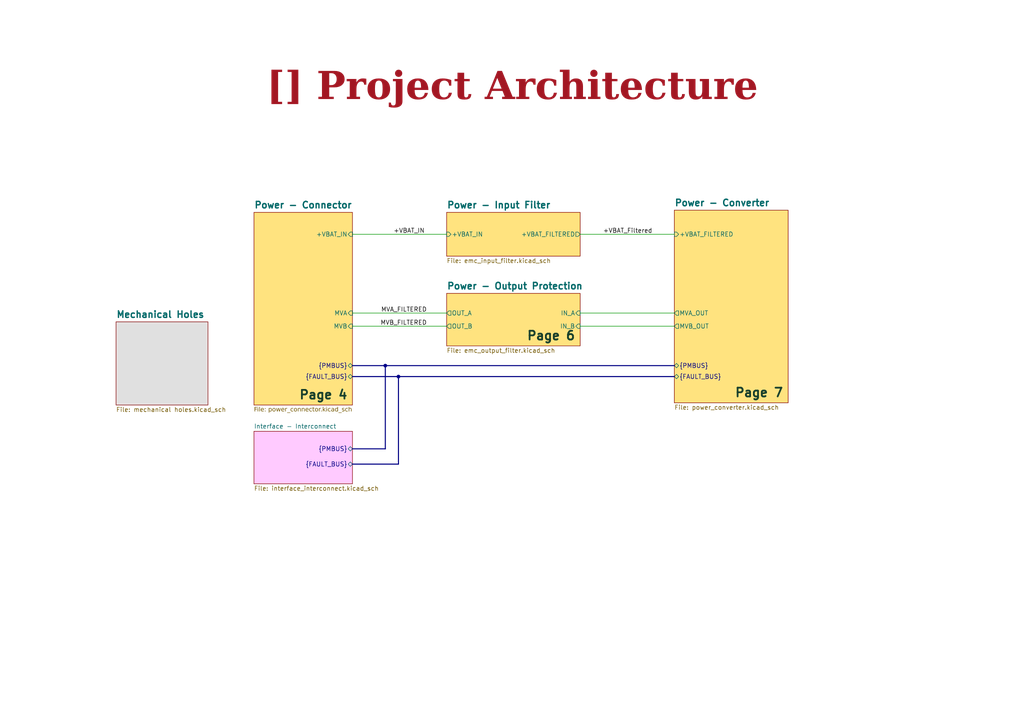
<source format=kicad_sch>
(kicad_sch (version 20230121) (generator eeschema)
  (paper "A4")
  (title_block (title "Project Architecture") (date "Last Modified Date") (rev "${REVISION}") (company "${COMPANY}"))
  (lib_symbols)
  (junction (at 111.76 106.045))
  (junction (at 115.57 109.22))
  (wire (pts (xy 102.235 94.615) (xy 129.54 94.615)))
  (wire (pts (xy 168.275 67.945) (xy 195.58 67.945)))
  (bus (pts (xy 111.76 130.175) (xy 111.76 106.045)))
  (bus (pts (xy 102.235 106.045) (xy 111.76 106.045)))
  (wire (pts (xy 168.275 90.805) (xy 195.58 90.805)))
  (wire (pts (xy 102.235 67.945) (xy 129.54 67.945)))
  (bus (pts (xy 115.57 134.62) (xy 115.57 109.22)))
  (wire (pts (xy 102.235 90.805) (xy 129.54 90.805)))
  (bus (pts (xy 102.235 109.22) (xy 115.57 109.22)))
  (bus (pts (xy 111.76 106.045) (xy 195.58 106.045)))
  (bus (pts (xy 102.235 134.62) (xy 115.57 134.62)))
  (wire (pts (xy 168.275 94.615) (xy 195.58 94.615)))
  (bus (pts (xy 102.235 130.175) (xy 111.76 130.175)))
  (bus (pts (xy 115.57 109.22) (xy 195.58 109.22)))
  (text_box "[${#}] ${TITLE}" (at 12.065 19.05 0) (size 273.05 12.7) (stroke (width -0.0001)) (effects (font (size 8 8) (thickness 1.2) bold)))
  (text "Page 7" (at 227.33 115.57 0) (effects (font (size 2.54 2.54) bold) (justify right bottom)))
  (text "Page 4" (at 100.965 116.205 0) (effects (font (size 2.54 2.54) bold) (justify right bottom)))
  (text "Page 6" (at 167.005 99.06 0) (effects (font (size 2.54 2.54) bold) (justify right bottom)))
  (label "MVB_FILTERED" (at 123.825 94.615 180))
  (label "MVA_FILTERED" (at 123.825 90.805 180))
  (label "+VBAT_Filtered" (at 189.23 67.945 180))
  (label "+VBAT_IN" (at 123.19 67.945 180))
  (sheet (at 33.655 93.345) (size 26.67 24.13) (stroke (width 0.1524)) (fill (color 0 0 0 0.1216))
    (property "Sheetname" "Mechanical Holes" (at 33.655 92.3159 0) (effects (font (size 1.905 1.905) bold) (justify left bottom)))
    (property "Sheetfile" "mechanical holes.kicad_sch" (at 33.655 118.0596 0) (effects (justify left top)))
  )
  (sheet (at 195.58 60.96) (size 33.02 55.88) (stroke (width 0.1524)) (fill (color 255 200 0 0.5020))
    (property "Sheetname" "Power - Converter" (at 195.58 59.9309 0) (effects (font (size 1.905 1.905) bold) (justify left bottom)))
    (property "Sheetfile" "power_converter.kicad_sch" (at 195.58 117.4246 0) (effects (justify left top)))
    (pin "MVB_OUT" output (at 195.58 94.615 180))
    (pin "MVA_OUT" output (at 195.58 90.805 180))
    (pin "+VBAT_FILTERED" input (at 195.58 67.945 180))
    (pin "{FAULT_BUS}" bidirectional (at 195.58 109.22 180))
    (pin "{PMBUS}" bidirectional (at 195.58 106.045 180))
  )
  (sheet (at 129.54 61.595) (size 38.735 12.7) (stroke (width 0.1524)) (fill (color 255 200 0 0.5020))
    (property "Sheetname" "Power - Input Filter" (at 129.54 60.5659 0) (effects (font (size 1.905 1.905) bold) (justify left bottom)))
    (property "Sheetfile" "emc_input_filter.kicad_sch" (at 129.54 74.8796 0) (effects (justify left top)))
    (pin "+VBAT_IN" input (at 129.54 67.945 180))
    (pin "+VBAT_FILTERED" output (at 168.275 67.945 0))
  )
  (sheet (at 73.66 61.595) (size 28.575 55.88) (stroke (width 0.1524)) (fill (color 255 200 0 0.5020))
    (property "Sheetname" "Power - Connector " (at 73.66 60.5659 0) (effects (font (size 1.905 1.905) bold) (justify left bottom)))
    (property "Sheetfile" "power_connector.kicad_sch" (at 73.66 118.0596 0) (effects (justify left top)))
    (pin "MVA" input (at 102.235 90.805 0))
    (pin "MVB" input (at 102.235 94.615 0))
    (pin "{FAULT_BUS}" bidirectional (at 102.235 109.22 0))
    (pin "+VBAT_IN" input (at 102.235 67.945 0))
    (pin "{PMBUS}" bidirectional (at 102.235 106.045 0))
  )
  (sheet (at 129.54 85.09) (size 38.735 15.24) (stroke (width 0.1524)) (fill (color 255 200 0 0.5020))
    (property "Sheetname" "Power - Output Protection" (at 129.54 84.0609 0) (effects (font (size 1.905 1.905) bold) (justify left bottom)))
    (property "Sheetfile" "emc_output_filter.kicad_sch" (at 129.54 100.9146 0) (effects (justify left top)))
    (pin "IN_A" input (at 168.275 90.805 0))
    (pin "IN_B" input (at 168.275 94.615 0))
    (pin "OUT_A" output (at 129.54 90.805 180))
    (pin "OUT_B" output (at 129.54 94.615 180))
  )
  (sheet (at 73.66 125.095) (size 28.575 15.24) (stroke (width 0.1524)) (fill (color 255 150 255 0.5020))
    (property "Sheetname" "Interface - Interconnect" (at 73.66 124.3834 0) (effects (justify left bottom)))
    (property "Sheetfile" "interface_interconnect.kicad_sch" (at 73.66 140.9196 0) (effects (justify left top)))
    (pin "{PMBUS}" bidirectional (at 102.235 130.175 0))
    (pin "{FAULT_BUS}" bidirectional (at 102.235 134.62 0))
  )
)
</source>
